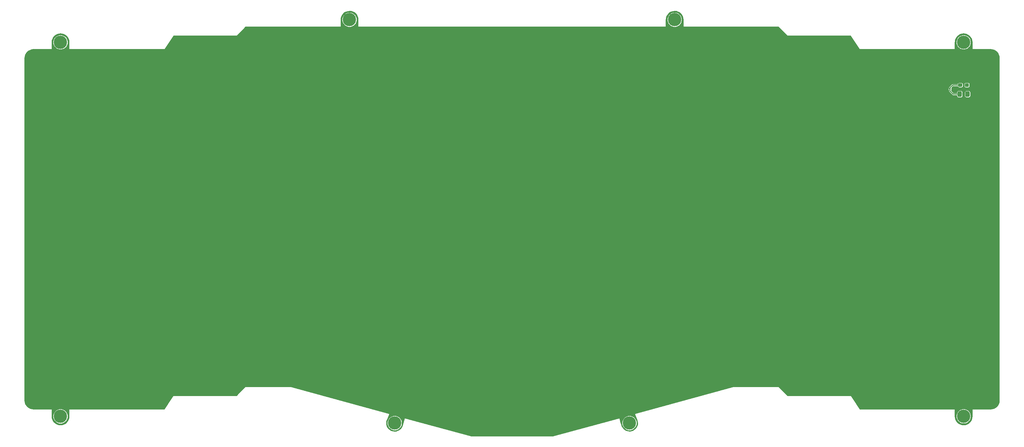
<source format=gbr>
G04 #@! TF.GenerationSoftware,KiCad,Pcbnew,(5.1.4-0)*
G04 #@! TF.CreationDate,2021-10-13T07:22:11-05:00*
G04 #@! TF.ProjectId,niko_top_plate,6e696b6f-5f74-46f7-905f-706c6174652e,rev?*
G04 #@! TF.SameCoordinates,Original*
G04 #@! TF.FileFunction,Copper,L2,Bot*
G04 #@! TF.FilePolarity,Positive*
%FSLAX46Y46*%
G04 Gerber Fmt 4.6, Leading zero omitted, Abs format (unit mm)*
G04 Created by KiCad (PCBNEW (5.1.4-0)) date 2021-10-13 07:22:11*
%MOMM*%
%LPD*%
G04 APERTURE LIST*
%ADD10C,0.100000*%
%ADD11C,1.150000*%
%ADD12C,0.950000*%
%ADD13C,3.500000*%
%ADD14C,0.500000*%
%ADD15C,0.250000*%
%ADD16C,0.254000*%
G04 APERTURE END LIST*
D10*
G36*
X313319565Y-92170344D02*
G01*
X313343833Y-92173944D01*
X313367632Y-92179905D01*
X313390731Y-92188170D01*
X313412910Y-92198660D01*
X313433953Y-92211272D01*
X313453659Y-92225887D01*
X313471837Y-92242363D01*
X313488313Y-92260541D01*
X313502928Y-92280247D01*
X313515540Y-92301290D01*
X313526030Y-92323469D01*
X313534295Y-92346568D01*
X313540256Y-92370367D01*
X313543856Y-92394635D01*
X313545060Y-92419139D01*
X313545060Y-93319141D01*
X313543856Y-93343645D01*
X313540256Y-93367913D01*
X313534295Y-93391712D01*
X313526030Y-93414811D01*
X313515540Y-93436990D01*
X313502928Y-93458033D01*
X313488313Y-93477739D01*
X313471837Y-93495917D01*
X313453659Y-93512393D01*
X313433953Y-93527008D01*
X313412910Y-93539620D01*
X313390731Y-93550110D01*
X313367632Y-93558375D01*
X313343833Y-93564336D01*
X313319565Y-93567936D01*
X313295061Y-93569140D01*
X312645059Y-93569140D01*
X312620555Y-93567936D01*
X312596287Y-93564336D01*
X312572488Y-93558375D01*
X312549389Y-93550110D01*
X312527210Y-93539620D01*
X312506167Y-93527008D01*
X312486461Y-93512393D01*
X312468283Y-93495917D01*
X312451807Y-93477739D01*
X312437192Y-93458033D01*
X312424580Y-93436990D01*
X312414090Y-93414811D01*
X312405825Y-93391712D01*
X312399864Y-93367913D01*
X312396264Y-93343645D01*
X312395060Y-93319141D01*
X312395060Y-92419139D01*
X312396264Y-92394635D01*
X312399864Y-92370367D01*
X312405825Y-92346568D01*
X312414090Y-92323469D01*
X312424580Y-92301290D01*
X312437192Y-92280247D01*
X312451807Y-92260541D01*
X312468283Y-92242363D01*
X312486461Y-92225887D01*
X312506167Y-92211272D01*
X312527210Y-92198660D01*
X312549389Y-92188170D01*
X312572488Y-92179905D01*
X312596287Y-92173944D01*
X312620555Y-92170344D01*
X312645059Y-92169140D01*
X313295061Y-92169140D01*
X313319565Y-92170344D01*
X313319565Y-92170344D01*
G37*
D11*
X312970060Y-92869140D03*
D10*
G36*
X311269565Y-92170344D02*
G01*
X311293833Y-92173944D01*
X311317632Y-92179905D01*
X311340731Y-92188170D01*
X311362910Y-92198660D01*
X311383953Y-92211272D01*
X311403659Y-92225887D01*
X311421837Y-92242363D01*
X311438313Y-92260541D01*
X311452928Y-92280247D01*
X311465540Y-92301290D01*
X311476030Y-92323469D01*
X311484295Y-92346568D01*
X311490256Y-92370367D01*
X311493856Y-92394635D01*
X311495060Y-92419139D01*
X311495060Y-93319141D01*
X311493856Y-93343645D01*
X311490256Y-93367913D01*
X311484295Y-93391712D01*
X311476030Y-93414811D01*
X311465540Y-93436990D01*
X311452928Y-93458033D01*
X311438313Y-93477739D01*
X311421837Y-93495917D01*
X311403659Y-93512393D01*
X311383953Y-93527008D01*
X311362910Y-93539620D01*
X311340731Y-93550110D01*
X311317632Y-93558375D01*
X311293833Y-93564336D01*
X311269565Y-93567936D01*
X311245061Y-93569140D01*
X310595059Y-93569140D01*
X310570555Y-93567936D01*
X310546287Y-93564336D01*
X310522488Y-93558375D01*
X310499389Y-93550110D01*
X310477210Y-93539620D01*
X310456167Y-93527008D01*
X310436461Y-93512393D01*
X310418283Y-93495917D01*
X310401807Y-93477739D01*
X310387192Y-93458033D01*
X310374580Y-93436990D01*
X310364090Y-93414811D01*
X310355825Y-93391712D01*
X310349864Y-93367913D01*
X310346264Y-93343645D01*
X310345060Y-93319141D01*
X310345060Y-92419139D01*
X310346264Y-92394635D01*
X310349864Y-92370367D01*
X310355825Y-92346568D01*
X310364090Y-92323469D01*
X310374580Y-92301290D01*
X310387192Y-92280247D01*
X310401807Y-92260541D01*
X310418283Y-92242363D01*
X310436461Y-92225887D01*
X310456167Y-92211272D01*
X310477210Y-92198660D01*
X310499389Y-92188170D01*
X310522488Y-92179905D01*
X310546287Y-92173944D01*
X310570555Y-92170344D01*
X310595059Y-92169140D01*
X311245061Y-92169140D01*
X311269565Y-92170344D01*
X311269565Y-92170344D01*
G37*
D11*
X310920060Y-92869140D03*
D10*
G36*
X313130839Y-90014024D02*
G01*
X313153894Y-90017443D01*
X313176503Y-90023107D01*
X313198447Y-90030959D01*
X313219517Y-90040924D01*
X313239508Y-90052906D01*
X313258228Y-90066790D01*
X313275498Y-90082442D01*
X313291150Y-90099712D01*
X313305034Y-90118432D01*
X313317016Y-90138423D01*
X313326981Y-90159493D01*
X313334833Y-90181437D01*
X313340497Y-90204046D01*
X313343916Y-90227101D01*
X313345060Y-90250380D01*
X313345060Y-90725380D01*
X313343916Y-90748659D01*
X313340497Y-90771714D01*
X313334833Y-90794323D01*
X313326981Y-90816267D01*
X313317016Y-90837337D01*
X313305034Y-90857328D01*
X313291150Y-90876048D01*
X313275498Y-90893318D01*
X313258228Y-90908970D01*
X313239508Y-90922854D01*
X313219517Y-90934836D01*
X313198447Y-90944801D01*
X313176503Y-90952653D01*
X313153894Y-90958317D01*
X313130839Y-90961736D01*
X313107560Y-90962880D01*
X312532560Y-90962880D01*
X312509281Y-90961736D01*
X312486226Y-90958317D01*
X312463617Y-90952653D01*
X312441673Y-90944801D01*
X312420603Y-90934836D01*
X312400612Y-90922854D01*
X312381892Y-90908970D01*
X312364622Y-90893318D01*
X312348970Y-90876048D01*
X312335086Y-90857328D01*
X312323104Y-90837337D01*
X312313139Y-90816267D01*
X312305287Y-90794323D01*
X312299623Y-90771714D01*
X312296204Y-90748659D01*
X312295060Y-90725380D01*
X312295060Y-90250380D01*
X312296204Y-90227101D01*
X312299623Y-90204046D01*
X312305287Y-90181437D01*
X312313139Y-90159493D01*
X312323104Y-90138423D01*
X312335086Y-90118432D01*
X312348970Y-90099712D01*
X312364622Y-90082442D01*
X312381892Y-90066790D01*
X312400612Y-90052906D01*
X312420603Y-90040924D01*
X312441673Y-90030959D01*
X312463617Y-90023107D01*
X312486226Y-90017443D01*
X312509281Y-90014024D01*
X312532560Y-90012880D01*
X313107560Y-90012880D01*
X313130839Y-90014024D01*
X313130839Y-90014024D01*
G37*
D12*
X312820060Y-90487880D03*
D10*
G36*
X311380839Y-90014024D02*
G01*
X311403894Y-90017443D01*
X311426503Y-90023107D01*
X311448447Y-90030959D01*
X311469517Y-90040924D01*
X311489508Y-90052906D01*
X311508228Y-90066790D01*
X311525498Y-90082442D01*
X311541150Y-90099712D01*
X311555034Y-90118432D01*
X311567016Y-90138423D01*
X311576981Y-90159493D01*
X311584833Y-90181437D01*
X311590497Y-90204046D01*
X311593916Y-90227101D01*
X311595060Y-90250380D01*
X311595060Y-90725380D01*
X311593916Y-90748659D01*
X311590497Y-90771714D01*
X311584833Y-90794323D01*
X311576981Y-90816267D01*
X311567016Y-90837337D01*
X311555034Y-90857328D01*
X311541150Y-90876048D01*
X311525498Y-90893318D01*
X311508228Y-90908970D01*
X311489508Y-90922854D01*
X311469517Y-90934836D01*
X311448447Y-90944801D01*
X311426503Y-90952653D01*
X311403894Y-90958317D01*
X311380839Y-90961736D01*
X311357560Y-90962880D01*
X310782560Y-90962880D01*
X310759281Y-90961736D01*
X310736226Y-90958317D01*
X310713617Y-90952653D01*
X310691673Y-90944801D01*
X310670603Y-90934836D01*
X310650612Y-90922854D01*
X310631892Y-90908970D01*
X310614622Y-90893318D01*
X310598970Y-90876048D01*
X310585086Y-90857328D01*
X310573104Y-90837337D01*
X310563139Y-90816267D01*
X310555287Y-90794323D01*
X310549623Y-90771714D01*
X310546204Y-90748659D01*
X310545060Y-90725380D01*
X310545060Y-90250380D01*
X310546204Y-90227101D01*
X310549623Y-90204046D01*
X310555287Y-90181437D01*
X310563139Y-90159493D01*
X310573104Y-90138423D01*
X310585086Y-90118432D01*
X310598970Y-90099712D01*
X310614622Y-90082442D01*
X310631892Y-90066790D01*
X310650612Y-90052906D01*
X310670603Y-90040924D01*
X310691673Y-90030959D01*
X310713617Y-90023107D01*
X310736226Y-90017443D01*
X310759281Y-90014024D01*
X310782560Y-90012880D01*
X311357560Y-90012880D01*
X311380839Y-90014024D01*
X311380839Y-90014024D01*
G37*
D12*
X311070060Y-90487880D03*
D13*
X73819060Y-79176893D03*
X73819060Y-177999187D03*
X150019380Y-73223743D03*
X161926392Y-179784702D03*
X235744740Y-73223743D03*
X223839154Y-179784476D03*
X311945060Y-79176893D03*
X311945060Y-177998755D03*
D14*
X308373170Y-91526830D03*
D15*
X310920060Y-92869140D02*
X309186090Y-92869140D01*
X308373170Y-92056220D02*
X309186090Y-92869140D01*
X311070060Y-90487880D02*
X309058460Y-90487880D01*
X309058460Y-90487880D02*
X308373170Y-91173170D01*
X308373170Y-91173170D02*
X308373170Y-91526830D01*
X308373170Y-91526830D02*
X308373170Y-92056220D01*
D16*
G36*
X236162322Y-71034685D02*
G01*
X236579564Y-71157485D01*
X236965002Y-71358989D01*
X237303959Y-71631517D01*
X237583532Y-71964698D01*
X237793062Y-72345832D01*
X237924572Y-72760404D01*
X237973828Y-73199527D01*
X237974001Y-73224363D01*
X237974426Y-75002170D01*
X237973694Y-75009606D01*
X237974430Y-75017080D01*
X237974430Y-75017104D01*
X237975186Y-75024763D01*
X237976628Y-75039402D01*
X237976635Y-75039424D01*
X237976636Y-75039438D01*
X237979975Y-75050435D01*
X237985319Y-75068054D01*
X237985330Y-75068074D01*
X237985334Y-75068088D01*
X237991226Y-75079106D01*
X237999433Y-75094460D01*
X237999446Y-75094475D01*
X237999454Y-75094491D01*
X238008724Y-75105781D01*
X238018428Y-75117605D01*
X238018442Y-75117617D01*
X238018454Y-75117631D01*
X238030309Y-75127356D01*
X238041573Y-75136600D01*
X238041588Y-75136608D01*
X238041604Y-75136621D01*
X238055204Y-75143886D01*
X238067979Y-75150714D01*
X238067997Y-75150719D01*
X238068013Y-75150728D01*
X238084003Y-75155575D01*
X238096631Y-75159405D01*
X238096645Y-75159406D01*
X238096667Y-75159413D01*
X238113240Y-75161041D01*
X238118966Y-75161605D01*
X238118982Y-75161605D01*
X238126464Y-75162340D01*
X238133907Y-75161605D01*
X263066271Y-75161690D01*
X265397730Y-77493150D01*
X265402490Y-77498950D01*
X265425635Y-77517945D01*
X265452041Y-77532059D01*
X265472001Y-77538113D01*
X265480692Y-77540750D01*
X265483604Y-77541037D01*
X265503028Y-77542950D01*
X265503035Y-77542950D01*
X265510489Y-77543684D01*
X265517944Y-77542950D01*
X282097963Y-77542950D01*
X284430008Y-81041019D01*
X284433576Y-81047695D01*
X284442563Y-81058646D01*
X284452457Y-81070727D01*
X284452522Y-81070781D01*
X284452571Y-81070840D01*
X284463581Y-81079876D01*
X284475582Y-81089746D01*
X284475656Y-81089785D01*
X284475716Y-81089835D01*
X284488315Y-81096569D01*
X284501973Y-81103888D01*
X284502054Y-81103913D01*
X284502122Y-81103949D01*
X284515803Y-81108099D01*
X284530616Y-81112609D01*
X284530699Y-81112617D01*
X284530774Y-81112640D01*
X284545316Y-81114072D01*
X284560410Y-81115575D01*
X284567953Y-81114840D01*
X309556329Y-81114735D01*
X309563800Y-81115471D01*
X309593597Y-81112536D01*
X309622249Y-81103845D01*
X309648655Y-81089731D01*
X309671800Y-81070736D01*
X309690795Y-81047591D01*
X309704909Y-81021185D01*
X309713600Y-80992533D01*
X309715800Y-80970198D01*
X309715800Y-80970190D01*
X309716534Y-80962736D01*
X309715800Y-80955284D01*
X309715800Y-79184332D01*
X309735911Y-78979221D01*
X309938060Y-78979221D01*
X309938060Y-79374565D01*
X310015188Y-79762313D01*
X310166480Y-80127564D01*
X310386121Y-80456281D01*
X310665672Y-80735832D01*
X310994389Y-80955473D01*
X311359640Y-81106765D01*
X311747388Y-81183893D01*
X312142732Y-81183893D01*
X312530480Y-81106765D01*
X312895731Y-80955473D01*
X313224448Y-80735832D01*
X313503999Y-80456281D01*
X313723640Y-80127564D01*
X313874932Y-79762313D01*
X313952060Y-79374565D01*
X313952060Y-78979221D01*
X313874932Y-78591473D01*
X313723640Y-78226222D01*
X313503999Y-77897505D01*
X313224448Y-77617954D01*
X312895731Y-77398313D01*
X312530480Y-77247021D01*
X312142732Y-77169893D01*
X311747388Y-77169893D01*
X311359640Y-77247021D01*
X310994389Y-77398313D01*
X310665672Y-77617954D01*
X310386121Y-77897505D01*
X310166480Y-78226222D01*
X310015188Y-78591473D01*
X309938060Y-78979221D01*
X309735911Y-78979221D01*
X309758972Y-78744036D01*
X309884680Y-78327668D01*
X310088868Y-77943644D01*
X310363759Y-77606595D01*
X310698881Y-77329358D01*
X311081473Y-77122491D01*
X311496952Y-76993879D01*
X311929503Y-76948416D01*
X312362642Y-76987835D01*
X312779884Y-77110635D01*
X313165322Y-77312139D01*
X313504279Y-77584667D01*
X313783852Y-77917848D01*
X313993382Y-78298982D01*
X314124892Y-78713554D01*
X314174148Y-79152677D01*
X314174320Y-79177381D01*
X314174321Y-80955264D01*
X314173585Y-80962736D01*
X314176520Y-80992533D01*
X314185211Y-81021185D01*
X314199325Y-81047591D01*
X314218320Y-81070736D01*
X314241465Y-81089731D01*
X314267871Y-81103845D01*
X314296523Y-81112536D01*
X314318858Y-81114736D01*
X314326320Y-81115471D01*
X314333782Y-81114736D01*
X319081557Y-81114736D01*
X319521852Y-81157908D01*
X319938222Y-81283617D01*
X320322242Y-81487804D01*
X320659291Y-81762694D01*
X320936523Y-82097811D01*
X321143390Y-82480404D01*
X321272003Y-82895882D01*
X321318205Y-83335465D01*
X321318100Y-83336527D01*
X321318249Y-173824115D01*
X321275076Y-174264420D01*
X321149367Y-174680790D01*
X320945179Y-175064811D01*
X320670290Y-175401859D01*
X320335173Y-175679091D01*
X319952580Y-175885958D01*
X319537102Y-176014571D01*
X319097393Y-176060786D01*
X319088753Y-176060816D01*
X314333782Y-176060816D01*
X314326320Y-176060081D01*
X314318858Y-176060816D01*
X314296523Y-176063016D01*
X314267871Y-176071707D01*
X314241465Y-176085821D01*
X314218320Y-176104816D01*
X314199325Y-176127961D01*
X314185211Y-176154367D01*
X314176520Y-176183019D01*
X314173585Y-176212816D01*
X314174321Y-176220288D01*
X314174320Y-177991316D01*
X314131148Y-178431613D01*
X314005438Y-178847984D01*
X313801250Y-179232006D01*
X313526361Y-179569052D01*
X313191239Y-179846290D01*
X312808646Y-180053158D01*
X312393168Y-180181769D01*
X311960618Y-180227232D01*
X311527477Y-180187813D01*
X311110236Y-180065013D01*
X310724799Y-179863510D01*
X310385841Y-179590981D01*
X310106270Y-179257802D01*
X309896739Y-178876667D01*
X309765228Y-178462095D01*
X309715972Y-178022971D01*
X309715800Y-177998267D01*
X309715800Y-177801083D01*
X309938060Y-177801083D01*
X309938060Y-178196427D01*
X310015188Y-178584175D01*
X310166480Y-178949426D01*
X310386121Y-179278143D01*
X310665672Y-179557694D01*
X310994389Y-179777335D01*
X311359640Y-179928627D01*
X311747388Y-180005755D01*
X312142732Y-180005755D01*
X312530480Y-179928627D01*
X312895731Y-179777335D01*
X313224448Y-179557694D01*
X313503999Y-179278143D01*
X313723640Y-178949426D01*
X313874932Y-178584175D01*
X313952060Y-178196427D01*
X313952060Y-177801083D01*
X313874932Y-177413335D01*
X313723640Y-177048084D01*
X313503999Y-176719367D01*
X313224448Y-176439816D01*
X312895731Y-176220175D01*
X312530480Y-176068883D01*
X312142732Y-175991755D01*
X311747388Y-175991755D01*
X311359640Y-176068883D01*
X310994389Y-176220175D01*
X310665672Y-176439816D01*
X310386121Y-176719367D01*
X310166480Y-177048084D01*
X310015188Y-177413335D01*
X309938060Y-177801083D01*
X309715800Y-177801083D01*
X309715800Y-176220702D01*
X309716535Y-176213240D01*
X309713600Y-176183443D01*
X309704909Y-176154791D01*
X309690795Y-176128385D01*
X309671800Y-176105240D01*
X309648655Y-176086245D01*
X309622249Y-176072131D01*
X309593597Y-176063440D01*
X309571262Y-176061240D01*
X309563800Y-176060505D01*
X309556338Y-176061240D01*
X284641918Y-176061240D01*
X282309881Y-172563186D01*
X282306305Y-172556495D01*
X282296240Y-172544231D01*
X282287422Y-172533464D01*
X282287365Y-172533417D01*
X282287310Y-172533350D01*
X282275039Y-172523279D01*
X282264298Y-172514445D01*
X282264231Y-172514409D01*
X282264165Y-172514355D01*
X282250441Y-172507020D01*
X282237907Y-172500303D01*
X282237833Y-172500280D01*
X282237759Y-172500241D01*
X282223247Y-172495839D01*
X282209263Y-172491581D01*
X282209183Y-172491573D01*
X282209107Y-172491550D01*
X282194375Y-172490099D01*
X282179469Y-172488615D01*
X282171927Y-172489350D01*
X265573450Y-172489350D01*
X263241993Y-170157894D01*
X263237235Y-170152096D01*
X263214091Y-170133100D01*
X263187686Y-170118984D01*
X263159034Y-170110292D01*
X263159033Y-170110292D01*
X263159027Y-170110290D01*
X263129230Y-170107355D01*
X263121766Y-170108090D01*
X251223658Y-170107484D01*
X251210648Y-170107155D01*
X251201356Y-170108760D01*
X251191977Y-170109683D01*
X251179537Y-170113456D01*
X225302825Y-177252786D01*
X225299466Y-177253076D01*
X225270710Y-177261418D01*
X225262265Y-177265800D01*
X225258054Y-177267421D01*
X225253066Y-177270574D01*
X225244134Y-177275209D01*
X225238128Y-177280016D01*
X225232745Y-177283419D01*
X225226711Y-177289154D01*
X225220759Y-177293919D01*
X225217004Y-177298382D01*
X225211044Y-177304048D01*
X225204842Y-177312840D01*
X225201484Y-177316831D01*
X225199562Y-177320324D01*
X225193784Y-177328514D01*
X225188461Y-177340497D01*
X225187049Y-177343063D01*
X225186373Y-177345198D01*
X225181629Y-177355877D01*
X225178273Y-177370771D01*
X225178008Y-177371607D01*
X225177934Y-177372274D01*
X225175047Y-177385086D01*
X225174289Y-177415017D01*
X225179384Y-177444521D01*
X225190139Y-177472464D01*
X225193628Y-177477984D01*
X225779540Y-178942765D01*
X225907116Y-179344971D01*
X225953099Y-179755008D01*
X225918562Y-180166172D01*
X225804821Y-180562795D01*
X225616208Y-180929775D01*
X225359909Y-181253127D01*
X225045687Y-181520538D01*
X224685506Y-181721825D01*
X224293083Y-181849319D01*
X223883380Y-181898163D01*
X223471983Y-181866498D01*
X223074574Y-181755529D01*
X222706293Y-181569485D01*
X222381157Y-181315448D01*
X222111556Y-181003096D01*
X221907352Y-180643611D01*
X221785219Y-180289262D01*
X221591603Y-179586804D01*
X221832154Y-179586804D01*
X221832154Y-179982148D01*
X221909282Y-180369896D01*
X222060574Y-180735147D01*
X222280215Y-181063864D01*
X222559766Y-181343415D01*
X222888483Y-181563056D01*
X223253734Y-181714348D01*
X223641482Y-181791476D01*
X224036826Y-181791476D01*
X224424574Y-181714348D01*
X224789825Y-181563056D01*
X225118542Y-181343415D01*
X225398093Y-181063864D01*
X225617734Y-180735147D01*
X225769026Y-180369896D01*
X225846154Y-179982148D01*
X225846154Y-179586804D01*
X225769026Y-179199056D01*
X225617734Y-178833805D01*
X225398093Y-178505088D01*
X225118542Y-178225537D01*
X224789825Y-178005896D01*
X224424574Y-177854604D01*
X224036826Y-177777476D01*
X223641482Y-177777476D01*
X223253734Y-177854604D01*
X222888483Y-178005896D01*
X222559766Y-178225537D01*
X222280215Y-178505088D01*
X222060574Y-178833805D01*
X221909282Y-179199056D01*
X221832154Y-179586804D01*
X221591603Y-179586804D01*
X221304802Y-178546270D01*
X221296747Y-178525322D01*
X221280755Y-178500009D01*
X221260132Y-178478303D01*
X221235669Y-178461037D01*
X221208309Y-178448875D01*
X221179102Y-178442285D01*
X221149172Y-178441520D01*
X221119666Y-178446608D01*
X221108996Y-178450711D01*
X203574092Y-183205020D01*
X182186641Y-183205020D01*
X164652948Y-178449201D01*
X164646236Y-178446620D01*
X164638535Y-178445292D01*
X164638240Y-178445212D01*
X164631255Y-178444037D01*
X164616730Y-178441532D01*
X164616417Y-178441540D01*
X164616108Y-178441488D01*
X164601422Y-178441924D01*
X164586799Y-178442298D01*
X164586495Y-178442367D01*
X164586181Y-178442376D01*
X164571849Y-178445671D01*
X164557592Y-178448888D01*
X164557307Y-178449015D01*
X164557001Y-178449085D01*
X164543531Y-178455138D01*
X164530232Y-178461050D01*
X164529979Y-178461229D01*
X164529691Y-178461358D01*
X164517776Y-178469841D01*
X164505769Y-178478315D01*
X164505551Y-178478545D01*
X164505299Y-178478724D01*
X164495338Y-178489294D01*
X164485146Y-178500022D01*
X164484978Y-178500288D01*
X164484765Y-178500514D01*
X164477115Y-178512734D01*
X164469154Y-178525334D01*
X164469039Y-178525633D01*
X164468877Y-178525892D01*
X164463763Y-178539354D01*
X164461099Y-178546282D01*
X164461014Y-178546590D01*
X164458244Y-178553882D01*
X164457053Y-178560963D01*
X163980900Y-180288488D01*
X163839121Y-180685855D01*
X163627620Y-181040141D01*
X163351335Y-181346596D01*
X163020791Y-181593548D01*
X162648578Y-181771594D01*
X162248858Y-181873956D01*
X161836881Y-181896727D01*
X161428329Y-181839046D01*
X161038746Y-181703103D01*
X160683005Y-181494088D01*
X160374623Y-181219945D01*
X160125370Y-180891135D01*
X159944728Y-180520168D01*
X159839580Y-180121180D01*
X159813932Y-179709370D01*
X159830334Y-179587030D01*
X159919392Y-179587030D01*
X159919392Y-179982374D01*
X159996520Y-180370122D01*
X160147812Y-180735373D01*
X160367453Y-181064090D01*
X160647004Y-181343641D01*
X160975721Y-181563282D01*
X161340972Y-181714574D01*
X161728720Y-181791702D01*
X162124064Y-181791702D01*
X162511812Y-181714574D01*
X162877063Y-181563282D01*
X163205780Y-181343641D01*
X163485331Y-181064090D01*
X163704972Y-180735373D01*
X163856264Y-180370122D01*
X163933392Y-179982374D01*
X163933392Y-179587030D01*
X163856264Y-179199282D01*
X163704972Y-178834031D01*
X163485331Y-178505314D01*
X163205780Y-178225763D01*
X162877063Y-178006122D01*
X162511812Y-177854830D01*
X162124064Y-177777702D01*
X161728720Y-177777702D01*
X161340972Y-177854830D01*
X160975721Y-178006122D01*
X160647004Y-178225763D01*
X160367453Y-178505314D01*
X160147812Y-178834031D01*
X159996520Y-179199282D01*
X159919392Y-179587030D01*
X159830334Y-179587030D01*
X159868872Y-179299597D01*
X159986059Y-178943535D01*
X160574413Y-177472648D01*
X160574952Y-177471795D01*
X160579961Y-177458777D01*
X160582367Y-177452763D01*
X160582647Y-177451798D01*
X160585705Y-177443851D01*
X160586811Y-177437446D01*
X160588620Y-177431209D01*
X160589351Y-177422732D01*
X160590798Y-177414347D01*
X160590633Y-177407850D01*
X160591191Y-177401378D01*
X160590255Y-177392929D01*
X160590039Y-177384415D01*
X160588609Y-177378072D01*
X160587894Y-177371619D01*
X160585327Y-177363514D01*
X160583454Y-177355207D01*
X160580813Y-177349262D01*
X160578853Y-177343075D01*
X160574756Y-177335631D01*
X160571297Y-177327844D01*
X160567546Y-177322528D01*
X160564418Y-177316843D01*
X160558947Y-177310340D01*
X160554036Y-177303379D01*
X160549323Y-177298899D01*
X160545143Y-177293931D01*
X160538503Y-177288616D01*
X160532333Y-177282752D01*
X160526836Y-177279277D01*
X160521768Y-177275221D01*
X160514224Y-177271306D01*
X160507024Y-177266755D01*
X160500956Y-177264420D01*
X160495192Y-177261429D01*
X160487022Y-177259059D01*
X160486078Y-177258696D01*
X160479799Y-177256964D01*
X160466436Y-177253088D01*
X160465433Y-177253001D01*
X134583469Y-170114076D01*
X134570987Y-170110290D01*
X134561590Y-170109364D01*
X134552297Y-170107760D01*
X134539301Y-170108090D01*
X122642344Y-170108090D01*
X122634889Y-170107356D01*
X122627435Y-170108090D01*
X122627428Y-170108090D01*
X122608004Y-170110003D01*
X122605092Y-170110290D01*
X122596401Y-170112927D01*
X122576441Y-170118981D01*
X122550035Y-170133095D01*
X122526890Y-170152090D01*
X122522130Y-170157890D01*
X120190671Y-172489350D01*
X103592192Y-172489350D01*
X103584650Y-172488615D01*
X103569650Y-172490108D01*
X103555013Y-172491550D01*
X103554938Y-172491573D01*
X103554856Y-172491581D01*
X103540309Y-172496010D01*
X103526361Y-172500241D01*
X103526292Y-172500278D01*
X103526213Y-172500302D01*
X103512946Y-172507411D01*
X103499955Y-172514355D01*
X103499893Y-172514406D01*
X103499822Y-172514444D01*
X103488291Y-172523928D01*
X103476810Y-172533350D01*
X103476759Y-172533412D01*
X103476697Y-172533463D01*
X103467269Y-172544976D01*
X103457815Y-172556495D01*
X103454243Y-172563179D01*
X101122204Y-176061239D01*
X76207785Y-176060816D01*
X76200320Y-176060081D01*
X76170524Y-176063016D01*
X76141872Y-176071707D01*
X76115466Y-176085821D01*
X76092321Y-176104816D01*
X76091895Y-176105335D01*
X76073327Y-176127959D01*
X76059212Y-176154365D01*
X76050521Y-176183017D01*
X76047586Y-176212814D01*
X76048321Y-176220278D01*
X76048320Y-177991748D01*
X76005148Y-178432045D01*
X75879438Y-178848416D01*
X75675250Y-179232438D01*
X75400361Y-179569484D01*
X75065239Y-179846722D01*
X74682646Y-180053590D01*
X74267168Y-180182201D01*
X73834618Y-180227664D01*
X73401477Y-180188245D01*
X72984236Y-180065445D01*
X72598799Y-179863942D01*
X72259841Y-179591413D01*
X71980270Y-179258234D01*
X71770739Y-178877099D01*
X71639228Y-178462527D01*
X71589972Y-178023403D01*
X71589799Y-177998626D01*
X71589908Y-177801515D01*
X71812060Y-177801515D01*
X71812060Y-178196859D01*
X71889188Y-178584607D01*
X72040480Y-178949858D01*
X72260121Y-179278575D01*
X72539672Y-179558126D01*
X72868389Y-179777767D01*
X73233640Y-179929059D01*
X73621388Y-180006187D01*
X74016732Y-180006187D01*
X74404480Y-179929059D01*
X74769731Y-179777767D01*
X75098448Y-179558126D01*
X75377999Y-179278575D01*
X75597640Y-178949858D01*
X75748932Y-178584607D01*
X75826060Y-178196859D01*
X75826060Y-177801515D01*
X75748932Y-177413767D01*
X75597640Y-177048516D01*
X75377999Y-176719799D01*
X75098448Y-176440248D01*
X74769731Y-176220607D01*
X74404480Y-176069315D01*
X74016732Y-175992187D01*
X73621388Y-175992187D01*
X73233640Y-176069315D01*
X72868389Y-176220607D01*
X72539672Y-176440248D01*
X72260121Y-176719799D01*
X72040480Y-177048516D01*
X71889188Y-177413767D01*
X71812060Y-177801515D01*
X71589908Y-177801515D01*
X71590784Y-176220321D01*
X71591523Y-176212816D01*
X71590002Y-176197374D01*
X71588604Y-176183103D01*
X71588593Y-176183065D01*
X71588588Y-176183019D01*
X71583835Y-176167349D01*
X71579929Y-176154446D01*
X71579910Y-176154411D01*
X71579897Y-176154367D01*
X71572040Y-176139667D01*
X71565829Y-176128032D01*
X71565806Y-176128004D01*
X71565783Y-176127961D01*
X71554847Y-176114636D01*
X71546847Y-176104877D01*
X71546820Y-176104854D01*
X71546788Y-176104816D01*
X71533636Y-176094022D01*
X71523713Y-176085869D01*
X71523680Y-176085851D01*
X71523643Y-176085821D01*
X71509177Y-176078089D01*
X71497315Y-176071740D01*
X71497277Y-176071729D01*
X71497237Y-176071707D01*
X71481770Y-176067015D01*
X71468667Y-176063033D01*
X71468628Y-176063029D01*
X71468585Y-176063016D01*
X71452245Y-176061406D01*
X71438872Y-176060082D01*
X71431377Y-176060816D01*
X66683723Y-176060816D01*
X66243428Y-176017644D01*
X65827058Y-175891935D01*
X65443037Y-175687747D01*
X65105989Y-175412858D01*
X64828757Y-175077741D01*
X64621890Y-174695148D01*
X64493277Y-174279670D01*
X64447062Y-173839961D01*
X64447032Y-173831321D01*
X64447032Y-91476895D01*
X307866170Y-91476895D01*
X307866170Y-91576765D01*
X307885654Y-91674716D01*
X307923873Y-91766984D01*
X307979358Y-91850024D01*
X307991171Y-91861837D01*
X307991171Y-92037449D01*
X307989322Y-92056220D01*
X307996698Y-92131104D01*
X308018542Y-92203112D01*
X308054013Y-92269475D01*
X308101749Y-92327642D01*
X308116325Y-92339604D01*
X308902705Y-93125985D01*
X308914668Y-93140562D01*
X308972835Y-93188298D01*
X309039198Y-93223769D01*
X309089361Y-93238986D01*
X309111204Y-93245612D01*
X309186089Y-93252988D01*
X309204851Y-93251140D01*
X310086817Y-93251140D01*
X310086817Y-93319141D01*
X310096583Y-93418294D01*
X310125505Y-93513637D01*
X310172471Y-93601505D01*
X310235678Y-93678522D01*
X310312695Y-93741729D01*
X310400563Y-93788695D01*
X310495906Y-93817617D01*
X310595059Y-93827383D01*
X311245061Y-93827383D01*
X311344214Y-93817617D01*
X311439557Y-93788695D01*
X311527425Y-93741729D01*
X311604442Y-93678522D01*
X311667649Y-93601505D01*
X311714615Y-93513637D01*
X311743537Y-93418294D01*
X311753303Y-93319141D01*
X311753303Y-92419139D01*
X312136817Y-92419139D01*
X312136817Y-93319141D01*
X312146583Y-93418294D01*
X312175505Y-93513637D01*
X312222471Y-93601505D01*
X312285678Y-93678522D01*
X312362695Y-93741729D01*
X312450563Y-93788695D01*
X312545906Y-93817617D01*
X312645059Y-93827383D01*
X313295061Y-93827383D01*
X313394214Y-93817617D01*
X313489557Y-93788695D01*
X313577425Y-93741729D01*
X313654442Y-93678522D01*
X313717649Y-93601505D01*
X313764615Y-93513637D01*
X313793537Y-93418294D01*
X313803303Y-93319141D01*
X313803303Y-92419139D01*
X313793537Y-92319986D01*
X313764615Y-92224643D01*
X313717649Y-92136775D01*
X313654442Y-92059758D01*
X313577425Y-91996551D01*
X313489557Y-91949585D01*
X313394214Y-91920663D01*
X313295061Y-91910897D01*
X312645059Y-91910897D01*
X312545906Y-91920663D01*
X312450563Y-91949585D01*
X312362695Y-91996551D01*
X312285678Y-92059758D01*
X312222471Y-92136775D01*
X312175505Y-92224643D01*
X312146583Y-92319986D01*
X312136817Y-92419139D01*
X311753303Y-92419139D01*
X311743537Y-92319986D01*
X311714615Y-92224643D01*
X311667649Y-92136775D01*
X311604442Y-92059758D01*
X311527425Y-91996551D01*
X311439557Y-91949585D01*
X311344214Y-91920663D01*
X311245061Y-91910897D01*
X310595059Y-91910897D01*
X310495906Y-91920663D01*
X310400563Y-91949585D01*
X310312695Y-91996551D01*
X310235678Y-92059758D01*
X310172471Y-92136775D01*
X310125505Y-92224643D01*
X310096583Y-92319986D01*
X310086817Y-92419139D01*
X310086817Y-92487140D01*
X309344320Y-92487140D01*
X308755170Y-91897991D01*
X308755170Y-91861836D01*
X308766982Y-91850024D01*
X308822467Y-91766984D01*
X308860686Y-91674716D01*
X308880170Y-91576765D01*
X308880170Y-91476895D01*
X308860686Y-91378944D01*
X308822467Y-91286676D01*
X308813425Y-91273144D01*
X309216690Y-90869880D01*
X310310838Y-90869880D01*
X310324553Y-90915093D01*
X310370365Y-91000800D01*
X310432017Y-91075923D01*
X310507140Y-91137575D01*
X310592847Y-91183387D01*
X310685845Y-91211597D01*
X310782560Y-91221123D01*
X311357560Y-91221123D01*
X311454275Y-91211597D01*
X311547273Y-91183387D01*
X311632980Y-91137575D01*
X311708103Y-91075923D01*
X311769755Y-91000800D01*
X311815567Y-90915093D01*
X311843777Y-90822095D01*
X311853303Y-90725380D01*
X311853303Y-90250380D01*
X312036817Y-90250380D01*
X312036817Y-90725380D01*
X312046343Y-90822095D01*
X312074553Y-90915093D01*
X312120365Y-91000800D01*
X312182017Y-91075923D01*
X312257140Y-91137575D01*
X312342847Y-91183387D01*
X312435845Y-91211597D01*
X312532560Y-91221123D01*
X313107560Y-91221123D01*
X313204275Y-91211597D01*
X313297273Y-91183387D01*
X313382980Y-91137575D01*
X313458103Y-91075923D01*
X313519755Y-91000800D01*
X313565567Y-90915093D01*
X313593777Y-90822095D01*
X313603303Y-90725380D01*
X313603303Y-90250380D01*
X313593777Y-90153665D01*
X313565567Y-90060667D01*
X313519755Y-89974960D01*
X313458103Y-89899837D01*
X313382980Y-89838185D01*
X313297273Y-89792373D01*
X313204275Y-89764163D01*
X313107560Y-89754637D01*
X312532560Y-89754637D01*
X312435845Y-89764163D01*
X312342847Y-89792373D01*
X312257140Y-89838185D01*
X312182017Y-89899837D01*
X312120365Y-89974960D01*
X312074553Y-90060667D01*
X312046343Y-90153665D01*
X312036817Y-90250380D01*
X311853303Y-90250380D01*
X311843777Y-90153665D01*
X311815567Y-90060667D01*
X311769755Y-89974960D01*
X311708103Y-89899837D01*
X311632980Y-89838185D01*
X311547273Y-89792373D01*
X311454275Y-89764163D01*
X311357560Y-89754637D01*
X310782560Y-89754637D01*
X310685845Y-89764163D01*
X310592847Y-89792373D01*
X310507140Y-89838185D01*
X310432017Y-89899837D01*
X310370365Y-89974960D01*
X310324553Y-90060667D01*
X310310838Y-90105880D01*
X309077221Y-90105880D01*
X309058459Y-90104032D01*
X308983574Y-90111408D01*
X308961731Y-90118034D01*
X308911568Y-90133251D01*
X308845205Y-90168722D01*
X308787038Y-90216458D01*
X308775075Y-90231035D01*
X308116330Y-90889781D01*
X308101748Y-90901748D01*
X308054012Y-90959916D01*
X308018541Y-91026279D01*
X307996698Y-91098285D01*
X307996698Y-91098286D01*
X307989322Y-91173170D01*
X307991160Y-91191834D01*
X307979358Y-91203636D01*
X307923873Y-91286676D01*
X307885654Y-91378944D01*
X307866170Y-91476895D01*
X64447032Y-91476895D01*
X64447032Y-83351427D01*
X64490204Y-82911132D01*
X64615913Y-82494762D01*
X64820100Y-82110742D01*
X65094990Y-81773693D01*
X65430107Y-81496461D01*
X65812700Y-81289594D01*
X66228178Y-81160981D01*
X66667887Y-81114766D01*
X66668070Y-81114766D01*
X66668826Y-81114840D01*
X71431370Y-81114735D01*
X71438872Y-81115470D01*
X71453603Y-81114011D01*
X71468588Y-81112535D01*
X71468628Y-81112523D01*
X71468667Y-81112519D01*
X71482742Y-81108241D01*
X71497240Y-81103843D01*
X71497276Y-81103824D01*
X71497315Y-81103812D01*
X71510117Y-81096960D01*
X71523645Y-81089729D01*
X71523679Y-81089701D01*
X71523713Y-81089683D01*
X71534506Y-81080815D01*
X71546790Y-81070733D01*
X71546818Y-81070699D01*
X71546847Y-81070675D01*
X71555679Y-81059901D01*
X71565784Y-81047588D01*
X71565804Y-81047550D01*
X71565829Y-81047520D01*
X71572708Y-81034634D01*
X71579898Y-81021181D01*
X71579910Y-81021142D01*
X71579929Y-81021106D01*
X71584282Y-81006727D01*
X71588588Y-80992529D01*
X71588592Y-80992489D01*
X71588604Y-80992449D01*
X71590165Y-80976512D01*
X71591522Y-80962733D01*
X71590784Y-80955238D01*
X71589803Y-79184298D01*
X71609911Y-78979221D01*
X71812060Y-78979221D01*
X71812060Y-79374565D01*
X71889188Y-79762313D01*
X72040480Y-80127564D01*
X72260121Y-80456281D01*
X72539672Y-80735832D01*
X72868389Y-80955473D01*
X73233640Y-81106765D01*
X73621388Y-81183893D01*
X74016732Y-81183893D01*
X74404480Y-81106765D01*
X74769731Y-80955473D01*
X75098448Y-80735832D01*
X75377999Y-80456281D01*
X75597640Y-80127564D01*
X75748932Y-79762313D01*
X75826060Y-79374565D01*
X75826060Y-78979221D01*
X75748932Y-78591473D01*
X75597640Y-78226222D01*
X75377999Y-77897505D01*
X75098448Y-77617954D01*
X74769731Y-77398313D01*
X74404480Y-77247021D01*
X74016732Y-77169893D01*
X73621388Y-77169893D01*
X73233640Y-77247021D01*
X72868389Y-77398313D01*
X72539672Y-77617954D01*
X72260121Y-77897505D01*
X72040480Y-78226222D01*
X71889188Y-78591473D01*
X71812060Y-78979221D01*
X71609911Y-78979221D01*
X71632972Y-78744036D01*
X71758680Y-78327668D01*
X71962868Y-77943644D01*
X72237759Y-77606595D01*
X72572881Y-77329358D01*
X72955473Y-77122491D01*
X73370952Y-76993879D01*
X73803503Y-76948416D01*
X74236642Y-76987835D01*
X74653884Y-77110635D01*
X75039322Y-77312139D01*
X75378279Y-77584667D01*
X75657852Y-77917848D01*
X75867382Y-78298982D01*
X75998892Y-78713554D01*
X76048148Y-79152677D01*
X76048320Y-79177425D01*
X76049289Y-80955316D01*
X76048558Y-80962736D01*
X76049297Y-80970241D01*
X76049297Y-80970280D01*
X76049964Y-80977016D01*
X76051492Y-80992532D01*
X76051505Y-80992575D01*
X76051509Y-80992614D01*
X76055659Y-81006269D01*
X76060183Y-81021184D01*
X76060203Y-81021221D01*
X76060215Y-81021261D01*
X76066927Y-81033801D01*
X76074297Y-81047590D01*
X76074326Y-81047625D01*
X76074344Y-81047659D01*
X76083400Y-81058682D01*
X76093292Y-81070735D01*
X76093324Y-81070762D01*
X76093351Y-81070794D01*
X76104472Y-81079910D01*
X76116437Y-81089730D01*
X76116477Y-81089751D01*
X76116507Y-81089776D01*
X76129105Y-81096501D01*
X76142843Y-81103844D01*
X76142883Y-81103856D01*
X76142920Y-81103876D01*
X76157061Y-81108157D01*
X76171495Y-81112535D01*
X76171538Y-81112539D01*
X76171577Y-81112551D01*
X76186235Y-81113987D01*
X76193830Y-81114735D01*
X76193872Y-81114735D01*
X76201375Y-81115470D01*
X76208795Y-81114735D01*
X101196166Y-81114840D01*
X101203709Y-81115575D01*
X101218709Y-81114082D01*
X101233346Y-81112640D01*
X101233421Y-81112617D01*
X101233503Y-81112609D01*
X101247747Y-81108272D01*
X101261998Y-81103949D01*
X101262070Y-81103910D01*
X101262147Y-81103887D01*
X101275073Y-81096961D01*
X101288404Y-81089835D01*
X101288468Y-81089783D01*
X101288538Y-81089745D01*
X101299922Y-81080382D01*
X101311549Y-81070840D01*
X101311602Y-81070775D01*
X101311662Y-81070726D01*
X101321378Y-81058863D01*
X101330544Y-81047695D01*
X101334116Y-81041012D01*
X103666158Y-77542950D01*
X120246168Y-77542950D01*
X120253630Y-77543685D01*
X120283427Y-77540750D01*
X120312079Y-77532059D01*
X120338485Y-77517945D01*
X120361630Y-77498950D01*
X120366395Y-77493144D01*
X122697850Y-75161690D01*
X147630649Y-75161605D01*
X147638120Y-75162341D01*
X147667917Y-75159406D01*
X147696569Y-75150715D01*
X147722975Y-75136601D01*
X147746120Y-75117606D01*
X147765115Y-75094461D01*
X147779229Y-75068055D01*
X147787920Y-75039403D01*
X147790120Y-75017068D01*
X147790120Y-75017060D01*
X147790854Y-75009606D01*
X147790120Y-75002154D01*
X147790120Y-73231182D01*
X147810231Y-73026071D01*
X148012380Y-73026071D01*
X148012380Y-73421415D01*
X148089508Y-73809163D01*
X148240800Y-74174414D01*
X148460441Y-74503131D01*
X148739992Y-74782682D01*
X149068709Y-75002323D01*
X149433960Y-75153615D01*
X149821708Y-75230743D01*
X150217052Y-75230743D01*
X150604800Y-75153615D01*
X150970051Y-75002323D01*
X151298768Y-74782682D01*
X151578319Y-74503131D01*
X151797960Y-74174414D01*
X151949252Y-73809163D01*
X152026380Y-73421415D01*
X152026380Y-73026071D01*
X151949252Y-72638323D01*
X151797960Y-72273072D01*
X151578319Y-71944355D01*
X151298768Y-71664804D01*
X150970051Y-71445163D01*
X150604800Y-71293871D01*
X150217052Y-71216743D01*
X149821708Y-71216743D01*
X149433960Y-71293871D01*
X149068709Y-71445163D01*
X148739992Y-71664804D01*
X148460441Y-71944355D01*
X148240800Y-72273072D01*
X148089508Y-72638323D01*
X148012380Y-73026071D01*
X147810231Y-73026071D01*
X147833292Y-72790886D01*
X147959000Y-72374518D01*
X148163188Y-71990494D01*
X148438079Y-71653445D01*
X148773201Y-71376208D01*
X149155793Y-71169341D01*
X149571272Y-71040729D01*
X150003823Y-70995266D01*
X150436962Y-71034685D01*
X150854204Y-71157485D01*
X151239642Y-71358989D01*
X151578599Y-71631517D01*
X151858172Y-71964698D01*
X152067702Y-72345832D01*
X152199212Y-72760404D01*
X152248468Y-73199527D01*
X152248640Y-73224231D01*
X152248641Y-75002134D01*
X152247905Y-75009606D01*
X152250840Y-75039403D01*
X152259531Y-75068055D01*
X152273645Y-75094461D01*
X152292640Y-75117606D01*
X152315785Y-75136601D01*
X152342191Y-75150715D01*
X152370843Y-75159406D01*
X152393178Y-75161606D01*
X152400640Y-75162341D01*
X152408102Y-75161606D01*
X233356018Y-75161606D01*
X233363480Y-75162341D01*
X233393277Y-75159406D01*
X233421929Y-75150715D01*
X233448335Y-75136601D01*
X233471480Y-75117606D01*
X233490475Y-75094461D01*
X233504589Y-75068055D01*
X233513280Y-75039403D01*
X233515480Y-75017068D01*
X233516215Y-75009606D01*
X233515480Y-75002144D01*
X233515480Y-73231182D01*
X233535591Y-73026071D01*
X233737740Y-73026071D01*
X233737740Y-73421415D01*
X233814868Y-73809163D01*
X233966160Y-74174414D01*
X234185801Y-74503131D01*
X234465352Y-74782682D01*
X234794069Y-75002323D01*
X235159320Y-75153615D01*
X235547068Y-75230743D01*
X235942412Y-75230743D01*
X236330160Y-75153615D01*
X236695411Y-75002323D01*
X237024128Y-74782682D01*
X237303679Y-74503131D01*
X237523320Y-74174414D01*
X237674612Y-73809163D01*
X237751740Y-73421415D01*
X237751740Y-73026071D01*
X237674612Y-72638323D01*
X237523320Y-72273072D01*
X237303679Y-71944355D01*
X237024128Y-71664804D01*
X236695411Y-71445163D01*
X236330160Y-71293871D01*
X235942412Y-71216743D01*
X235547068Y-71216743D01*
X235159320Y-71293871D01*
X234794069Y-71445163D01*
X234465352Y-71664804D01*
X234185801Y-71944355D01*
X233966160Y-72273072D01*
X233814868Y-72638323D01*
X233737740Y-73026071D01*
X233535591Y-73026071D01*
X233558652Y-72790886D01*
X233684360Y-72374518D01*
X233888548Y-71990494D01*
X234163439Y-71653445D01*
X234498561Y-71376208D01*
X234881153Y-71169341D01*
X235296632Y-71040729D01*
X235729183Y-70995266D01*
X236162322Y-71034685D01*
X236162322Y-71034685D01*
G37*
X236162322Y-71034685D02*
X236579564Y-71157485D01*
X236965002Y-71358989D01*
X237303959Y-71631517D01*
X237583532Y-71964698D01*
X237793062Y-72345832D01*
X237924572Y-72760404D01*
X237973828Y-73199527D01*
X237974001Y-73224363D01*
X237974426Y-75002170D01*
X237973694Y-75009606D01*
X237974430Y-75017080D01*
X237974430Y-75017104D01*
X237975186Y-75024763D01*
X237976628Y-75039402D01*
X237976635Y-75039424D01*
X237976636Y-75039438D01*
X237979975Y-75050435D01*
X237985319Y-75068054D01*
X237985330Y-75068074D01*
X237985334Y-75068088D01*
X237991226Y-75079106D01*
X237999433Y-75094460D01*
X237999446Y-75094475D01*
X237999454Y-75094491D01*
X238008724Y-75105781D01*
X238018428Y-75117605D01*
X238018442Y-75117617D01*
X238018454Y-75117631D01*
X238030309Y-75127356D01*
X238041573Y-75136600D01*
X238041588Y-75136608D01*
X238041604Y-75136621D01*
X238055204Y-75143886D01*
X238067979Y-75150714D01*
X238067997Y-75150719D01*
X238068013Y-75150728D01*
X238084003Y-75155575D01*
X238096631Y-75159405D01*
X238096645Y-75159406D01*
X238096667Y-75159413D01*
X238113240Y-75161041D01*
X238118966Y-75161605D01*
X238118982Y-75161605D01*
X238126464Y-75162340D01*
X238133907Y-75161605D01*
X263066271Y-75161690D01*
X265397730Y-77493150D01*
X265402490Y-77498950D01*
X265425635Y-77517945D01*
X265452041Y-77532059D01*
X265472001Y-77538113D01*
X265480692Y-77540750D01*
X265483604Y-77541037D01*
X265503028Y-77542950D01*
X265503035Y-77542950D01*
X265510489Y-77543684D01*
X265517944Y-77542950D01*
X282097963Y-77542950D01*
X284430008Y-81041019D01*
X284433576Y-81047695D01*
X284442563Y-81058646D01*
X284452457Y-81070727D01*
X284452522Y-81070781D01*
X284452571Y-81070840D01*
X284463581Y-81079876D01*
X284475582Y-81089746D01*
X284475656Y-81089785D01*
X284475716Y-81089835D01*
X284488315Y-81096569D01*
X284501973Y-81103888D01*
X284502054Y-81103913D01*
X284502122Y-81103949D01*
X284515803Y-81108099D01*
X284530616Y-81112609D01*
X284530699Y-81112617D01*
X284530774Y-81112640D01*
X284545316Y-81114072D01*
X284560410Y-81115575D01*
X284567953Y-81114840D01*
X309556329Y-81114735D01*
X309563800Y-81115471D01*
X309593597Y-81112536D01*
X309622249Y-81103845D01*
X309648655Y-81089731D01*
X309671800Y-81070736D01*
X309690795Y-81047591D01*
X309704909Y-81021185D01*
X309713600Y-80992533D01*
X309715800Y-80970198D01*
X309715800Y-80970190D01*
X309716534Y-80962736D01*
X309715800Y-80955284D01*
X309715800Y-79184332D01*
X309735911Y-78979221D01*
X309938060Y-78979221D01*
X309938060Y-79374565D01*
X310015188Y-79762313D01*
X310166480Y-80127564D01*
X310386121Y-80456281D01*
X310665672Y-80735832D01*
X310994389Y-80955473D01*
X311359640Y-81106765D01*
X311747388Y-81183893D01*
X312142732Y-81183893D01*
X312530480Y-81106765D01*
X312895731Y-80955473D01*
X313224448Y-80735832D01*
X313503999Y-80456281D01*
X313723640Y-80127564D01*
X313874932Y-79762313D01*
X313952060Y-79374565D01*
X313952060Y-78979221D01*
X313874932Y-78591473D01*
X313723640Y-78226222D01*
X313503999Y-77897505D01*
X313224448Y-77617954D01*
X312895731Y-77398313D01*
X312530480Y-77247021D01*
X312142732Y-77169893D01*
X311747388Y-77169893D01*
X311359640Y-77247021D01*
X310994389Y-77398313D01*
X310665672Y-77617954D01*
X310386121Y-77897505D01*
X310166480Y-78226222D01*
X310015188Y-78591473D01*
X309938060Y-78979221D01*
X309735911Y-78979221D01*
X309758972Y-78744036D01*
X309884680Y-78327668D01*
X310088868Y-77943644D01*
X310363759Y-77606595D01*
X310698881Y-77329358D01*
X311081473Y-77122491D01*
X311496952Y-76993879D01*
X311929503Y-76948416D01*
X312362642Y-76987835D01*
X312779884Y-77110635D01*
X313165322Y-77312139D01*
X313504279Y-77584667D01*
X313783852Y-77917848D01*
X313993382Y-78298982D01*
X314124892Y-78713554D01*
X314174148Y-79152677D01*
X314174320Y-79177381D01*
X314174321Y-80955264D01*
X314173585Y-80962736D01*
X314176520Y-80992533D01*
X314185211Y-81021185D01*
X314199325Y-81047591D01*
X314218320Y-81070736D01*
X314241465Y-81089731D01*
X314267871Y-81103845D01*
X314296523Y-81112536D01*
X314318858Y-81114736D01*
X314326320Y-81115471D01*
X314333782Y-81114736D01*
X319081557Y-81114736D01*
X319521852Y-81157908D01*
X319938222Y-81283617D01*
X320322242Y-81487804D01*
X320659291Y-81762694D01*
X320936523Y-82097811D01*
X321143390Y-82480404D01*
X321272003Y-82895882D01*
X321318205Y-83335465D01*
X321318100Y-83336527D01*
X321318249Y-173824115D01*
X321275076Y-174264420D01*
X321149367Y-174680790D01*
X320945179Y-175064811D01*
X320670290Y-175401859D01*
X320335173Y-175679091D01*
X319952580Y-175885958D01*
X319537102Y-176014571D01*
X319097393Y-176060786D01*
X319088753Y-176060816D01*
X314333782Y-176060816D01*
X314326320Y-176060081D01*
X314318858Y-176060816D01*
X314296523Y-176063016D01*
X314267871Y-176071707D01*
X314241465Y-176085821D01*
X314218320Y-176104816D01*
X314199325Y-176127961D01*
X314185211Y-176154367D01*
X314176520Y-176183019D01*
X314173585Y-176212816D01*
X314174321Y-176220288D01*
X314174320Y-177991316D01*
X314131148Y-178431613D01*
X314005438Y-178847984D01*
X313801250Y-179232006D01*
X313526361Y-179569052D01*
X313191239Y-179846290D01*
X312808646Y-180053158D01*
X312393168Y-180181769D01*
X311960618Y-180227232D01*
X311527477Y-180187813D01*
X311110236Y-180065013D01*
X310724799Y-179863510D01*
X310385841Y-179590981D01*
X310106270Y-179257802D01*
X309896739Y-178876667D01*
X309765228Y-178462095D01*
X309715972Y-178022971D01*
X309715800Y-177998267D01*
X309715800Y-177801083D01*
X309938060Y-177801083D01*
X309938060Y-178196427D01*
X310015188Y-178584175D01*
X310166480Y-178949426D01*
X310386121Y-179278143D01*
X310665672Y-179557694D01*
X310994389Y-179777335D01*
X311359640Y-179928627D01*
X311747388Y-180005755D01*
X312142732Y-180005755D01*
X312530480Y-179928627D01*
X312895731Y-179777335D01*
X313224448Y-179557694D01*
X313503999Y-179278143D01*
X313723640Y-178949426D01*
X313874932Y-178584175D01*
X313952060Y-178196427D01*
X313952060Y-177801083D01*
X313874932Y-177413335D01*
X313723640Y-177048084D01*
X313503999Y-176719367D01*
X313224448Y-176439816D01*
X312895731Y-176220175D01*
X312530480Y-176068883D01*
X312142732Y-175991755D01*
X311747388Y-175991755D01*
X311359640Y-176068883D01*
X310994389Y-176220175D01*
X310665672Y-176439816D01*
X310386121Y-176719367D01*
X310166480Y-177048084D01*
X310015188Y-177413335D01*
X309938060Y-177801083D01*
X309715800Y-177801083D01*
X309715800Y-176220702D01*
X309716535Y-176213240D01*
X309713600Y-176183443D01*
X309704909Y-176154791D01*
X309690795Y-176128385D01*
X309671800Y-176105240D01*
X309648655Y-176086245D01*
X309622249Y-176072131D01*
X309593597Y-176063440D01*
X309571262Y-176061240D01*
X309563800Y-176060505D01*
X309556338Y-176061240D01*
X284641918Y-176061240D01*
X282309881Y-172563186D01*
X282306305Y-172556495D01*
X282296240Y-172544231D01*
X282287422Y-172533464D01*
X282287365Y-172533417D01*
X282287310Y-172533350D01*
X282275039Y-172523279D01*
X282264298Y-172514445D01*
X282264231Y-172514409D01*
X282264165Y-172514355D01*
X282250441Y-172507020D01*
X282237907Y-172500303D01*
X282237833Y-172500280D01*
X282237759Y-172500241D01*
X282223247Y-172495839D01*
X282209263Y-172491581D01*
X282209183Y-172491573D01*
X282209107Y-172491550D01*
X282194375Y-172490099D01*
X282179469Y-172488615D01*
X282171927Y-172489350D01*
X265573450Y-172489350D01*
X263241993Y-170157894D01*
X263237235Y-170152096D01*
X263214091Y-170133100D01*
X263187686Y-170118984D01*
X263159034Y-170110292D01*
X263159033Y-170110292D01*
X263159027Y-170110290D01*
X263129230Y-170107355D01*
X263121766Y-170108090D01*
X251223658Y-170107484D01*
X251210648Y-170107155D01*
X251201356Y-170108760D01*
X251191977Y-170109683D01*
X251179537Y-170113456D01*
X225302825Y-177252786D01*
X225299466Y-177253076D01*
X225270710Y-177261418D01*
X225262265Y-177265800D01*
X225258054Y-177267421D01*
X225253066Y-177270574D01*
X225244134Y-177275209D01*
X225238128Y-177280016D01*
X225232745Y-177283419D01*
X225226711Y-177289154D01*
X225220759Y-177293919D01*
X225217004Y-177298382D01*
X225211044Y-177304048D01*
X225204842Y-177312840D01*
X225201484Y-177316831D01*
X225199562Y-177320324D01*
X225193784Y-177328514D01*
X225188461Y-177340497D01*
X225187049Y-177343063D01*
X225186373Y-177345198D01*
X225181629Y-177355877D01*
X225178273Y-177370771D01*
X225178008Y-177371607D01*
X225177934Y-177372274D01*
X225175047Y-177385086D01*
X225174289Y-177415017D01*
X225179384Y-177444521D01*
X225190139Y-177472464D01*
X225193628Y-177477984D01*
X225779540Y-178942765D01*
X225907116Y-179344971D01*
X225953099Y-179755008D01*
X225918562Y-180166172D01*
X225804821Y-180562795D01*
X225616208Y-180929775D01*
X225359909Y-181253127D01*
X225045687Y-181520538D01*
X224685506Y-181721825D01*
X224293083Y-181849319D01*
X223883380Y-181898163D01*
X223471983Y-181866498D01*
X223074574Y-181755529D01*
X222706293Y-181569485D01*
X222381157Y-181315448D01*
X222111556Y-181003096D01*
X221907352Y-180643611D01*
X221785219Y-180289262D01*
X221591603Y-179586804D01*
X221832154Y-179586804D01*
X221832154Y-179982148D01*
X221909282Y-180369896D01*
X222060574Y-180735147D01*
X222280215Y-181063864D01*
X222559766Y-181343415D01*
X222888483Y-181563056D01*
X223253734Y-181714348D01*
X223641482Y-181791476D01*
X224036826Y-181791476D01*
X224424574Y-181714348D01*
X224789825Y-181563056D01*
X225118542Y-181343415D01*
X225398093Y-181063864D01*
X225617734Y-180735147D01*
X225769026Y-180369896D01*
X225846154Y-179982148D01*
X225846154Y-179586804D01*
X225769026Y-179199056D01*
X225617734Y-178833805D01*
X225398093Y-178505088D01*
X225118542Y-178225537D01*
X224789825Y-178005896D01*
X224424574Y-177854604D01*
X224036826Y-177777476D01*
X223641482Y-177777476D01*
X223253734Y-177854604D01*
X222888483Y-178005896D01*
X222559766Y-178225537D01*
X222280215Y-178505088D01*
X222060574Y-178833805D01*
X221909282Y-179199056D01*
X221832154Y-179586804D01*
X221591603Y-179586804D01*
X221304802Y-178546270D01*
X221296747Y-178525322D01*
X221280755Y-178500009D01*
X221260132Y-178478303D01*
X221235669Y-178461037D01*
X221208309Y-178448875D01*
X221179102Y-178442285D01*
X221149172Y-178441520D01*
X221119666Y-178446608D01*
X221108996Y-178450711D01*
X203574092Y-183205020D01*
X182186641Y-183205020D01*
X164652948Y-178449201D01*
X164646236Y-178446620D01*
X164638535Y-178445292D01*
X164638240Y-178445212D01*
X164631255Y-178444037D01*
X164616730Y-178441532D01*
X164616417Y-178441540D01*
X164616108Y-178441488D01*
X164601422Y-178441924D01*
X164586799Y-178442298D01*
X164586495Y-178442367D01*
X164586181Y-178442376D01*
X164571849Y-178445671D01*
X164557592Y-178448888D01*
X164557307Y-178449015D01*
X164557001Y-178449085D01*
X164543531Y-178455138D01*
X164530232Y-178461050D01*
X164529979Y-178461229D01*
X164529691Y-178461358D01*
X164517776Y-178469841D01*
X164505769Y-178478315D01*
X164505551Y-178478545D01*
X164505299Y-178478724D01*
X164495338Y-178489294D01*
X164485146Y-178500022D01*
X164484978Y-178500288D01*
X164484765Y-178500514D01*
X164477115Y-178512734D01*
X164469154Y-178525334D01*
X164469039Y-178525633D01*
X164468877Y-178525892D01*
X164463763Y-178539354D01*
X164461099Y-178546282D01*
X164461014Y-178546590D01*
X164458244Y-178553882D01*
X164457053Y-178560963D01*
X163980900Y-180288488D01*
X163839121Y-180685855D01*
X163627620Y-181040141D01*
X163351335Y-181346596D01*
X163020791Y-181593548D01*
X162648578Y-181771594D01*
X162248858Y-181873956D01*
X161836881Y-181896727D01*
X161428329Y-181839046D01*
X161038746Y-181703103D01*
X160683005Y-181494088D01*
X160374623Y-181219945D01*
X160125370Y-180891135D01*
X159944728Y-180520168D01*
X159839580Y-180121180D01*
X159813932Y-179709370D01*
X159830334Y-179587030D01*
X159919392Y-179587030D01*
X159919392Y-179982374D01*
X159996520Y-180370122D01*
X160147812Y-180735373D01*
X160367453Y-181064090D01*
X160647004Y-181343641D01*
X160975721Y-181563282D01*
X161340972Y-181714574D01*
X161728720Y-181791702D01*
X162124064Y-181791702D01*
X162511812Y-181714574D01*
X162877063Y-181563282D01*
X163205780Y-181343641D01*
X163485331Y-181064090D01*
X163704972Y-180735373D01*
X163856264Y-180370122D01*
X163933392Y-179982374D01*
X163933392Y-179587030D01*
X163856264Y-179199282D01*
X163704972Y-178834031D01*
X163485331Y-178505314D01*
X163205780Y-178225763D01*
X162877063Y-178006122D01*
X162511812Y-177854830D01*
X162124064Y-177777702D01*
X161728720Y-177777702D01*
X161340972Y-177854830D01*
X160975721Y-178006122D01*
X160647004Y-178225763D01*
X160367453Y-178505314D01*
X160147812Y-178834031D01*
X159996520Y-179199282D01*
X159919392Y-179587030D01*
X159830334Y-179587030D01*
X159868872Y-179299597D01*
X159986059Y-178943535D01*
X160574413Y-177472648D01*
X160574952Y-177471795D01*
X160579961Y-177458777D01*
X160582367Y-177452763D01*
X160582647Y-177451798D01*
X160585705Y-177443851D01*
X160586811Y-177437446D01*
X160588620Y-177431209D01*
X160589351Y-177422732D01*
X160590798Y-177414347D01*
X160590633Y-177407850D01*
X160591191Y-177401378D01*
X160590255Y-177392929D01*
X160590039Y-177384415D01*
X160588609Y-177378072D01*
X160587894Y-177371619D01*
X160585327Y-177363514D01*
X160583454Y-177355207D01*
X160580813Y-177349262D01*
X160578853Y-177343075D01*
X160574756Y-177335631D01*
X160571297Y-177327844D01*
X160567546Y-177322528D01*
X160564418Y-177316843D01*
X160558947Y-177310340D01*
X160554036Y-177303379D01*
X160549323Y-177298899D01*
X160545143Y-177293931D01*
X160538503Y-177288616D01*
X160532333Y-177282752D01*
X160526836Y-177279277D01*
X160521768Y-177275221D01*
X160514224Y-177271306D01*
X160507024Y-177266755D01*
X160500956Y-177264420D01*
X160495192Y-177261429D01*
X160487022Y-177259059D01*
X160486078Y-177258696D01*
X160479799Y-177256964D01*
X160466436Y-177253088D01*
X160465433Y-177253001D01*
X134583469Y-170114076D01*
X134570987Y-170110290D01*
X134561590Y-170109364D01*
X134552297Y-170107760D01*
X134539301Y-170108090D01*
X122642344Y-170108090D01*
X122634889Y-170107356D01*
X122627435Y-170108090D01*
X122627428Y-170108090D01*
X122608004Y-170110003D01*
X122605092Y-170110290D01*
X122596401Y-170112927D01*
X122576441Y-170118981D01*
X122550035Y-170133095D01*
X122526890Y-170152090D01*
X122522130Y-170157890D01*
X120190671Y-172489350D01*
X103592192Y-172489350D01*
X103584650Y-172488615D01*
X103569650Y-172490108D01*
X103555013Y-172491550D01*
X103554938Y-172491573D01*
X103554856Y-172491581D01*
X103540309Y-172496010D01*
X103526361Y-172500241D01*
X103526292Y-172500278D01*
X103526213Y-172500302D01*
X103512946Y-172507411D01*
X103499955Y-172514355D01*
X103499893Y-172514406D01*
X103499822Y-172514444D01*
X103488291Y-172523928D01*
X103476810Y-172533350D01*
X103476759Y-172533412D01*
X103476697Y-172533463D01*
X103467269Y-172544976D01*
X103457815Y-172556495D01*
X103454243Y-172563179D01*
X101122204Y-176061239D01*
X76207785Y-176060816D01*
X76200320Y-176060081D01*
X76170524Y-176063016D01*
X76141872Y-176071707D01*
X76115466Y-176085821D01*
X76092321Y-176104816D01*
X76091895Y-176105335D01*
X76073327Y-176127959D01*
X76059212Y-176154365D01*
X76050521Y-176183017D01*
X76047586Y-176212814D01*
X76048321Y-176220278D01*
X76048320Y-177991748D01*
X76005148Y-178432045D01*
X75879438Y-178848416D01*
X75675250Y-179232438D01*
X75400361Y-179569484D01*
X75065239Y-179846722D01*
X74682646Y-180053590D01*
X74267168Y-180182201D01*
X73834618Y-180227664D01*
X73401477Y-180188245D01*
X72984236Y-180065445D01*
X72598799Y-179863942D01*
X72259841Y-179591413D01*
X71980270Y-179258234D01*
X71770739Y-178877099D01*
X71639228Y-178462527D01*
X71589972Y-178023403D01*
X71589799Y-177998626D01*
X71589908Y-177801515D01*
X71812060Y-177801515D01*
X71812060Y-178196859D01*
X71889188Y-178584607D01*
X72040480Y-178949858D01*
X72260121Y-179278575D01*
X72539672Y-179558126D01*
X72868389Y-179777767D01*
X73233640Y-179929059D01*
X73621388Y-180006187D01*
X74016732Y-180006187D01*
X74404480Y-179929059D01*
X74769731Y-179777767D01*
X75098448Y-179558126D01*
X75377999Y-179278575D01*
X75597640Y-178949858D01*
X75748932Y-178584607D01*
X75826060Y-178196859D01*
X75826060Y-177801515D01*
X75748932Y-177413767D01*
X75597640Y-177048516D01*
X75377999Y-176719799D01*
X75098448Y-176440248D01*
X74769731Y-176220607D01*
X74404480Y-176069315D01*
X74016732Y-175992187D01*
X73621388Y-175992187D01*
X73233640Y-176069315D01*
X72868389Y-176220607D01*
X72539672Y-176440248D01*
X72260121Y-176719799D01*
X72040480Y-177048516D01*
X71889188Y-177413767D01*
X71812060Y-177801515D01*
X71589908Y-177801515D01*
X71590784Y-176220321D01*
X71591523Y-176212816D01*
X71590002Y-176197374D01*
X71588604Y-176183103D01*
X71588593Y-176183065D01*
X71588588Y-176183019D01*
X71583835Y-176167349D01*
X71579929Y-176154446D01*
X71579910Y-176154411D01*
X71579897Y-176154367D01*
X71572040Y-176139667D01*
X71565829Y-176128032D01*
X71565806Y-176128004D01*
X71565783Y-176127961D01*
X71554847Y-176114636D01*
X71546847Y-176104877D01*
X71546820Y-176104854D01*
X71546788Y-176104816D01*
X71533636Y-176094022D01*
X71523713Y-176085869D01*
X71523680Y-176085851D01*
X71523643Y-176085821D01*
X71509177Y-176078089D01*
X71497315Y-176071740D01*
X71497277Y-176071729D01*
X71497237Y-176071707D01*
X71481770Y-176067015D01*
X71468667Y-176063033D01*
X71468628Y-176063029D01*
X71468585Y-176063016D01*
X71452245Y-176061406D01*
X71438872Y-176060082D01*
X71431377Y-176060816D01*
X66683723Y-176060816D01*
X66243428Y-176017644D01*
X65827058Y-175891935D01*
X65443037Y-175687747D01*
X65105989Y-175412858D01*
X64828757Y-175077741D01*
X64621890Y-174695148D01*
X64493277Y-174279670D01*
X64447062Y-173839961D01*
X64447032Y-173831321D01*
X64447032Y-91476895D01*
X307866170Y-91476895D01*
X307866170Y-91576765D01*
X307885654Y-91674716D01*
X307923873Y-91766984D01*
X307979358Y-91850024D01*
X307991171Y-91861837D01*
X307991171Y-92037449D01*
X307989322Y-92056220D01*
X307996698Y-92131104D01*
X308018542Y-92203112D01*
X308054013Y-92269475D01*
X308101749Y-92327642D01*
X308116325Y-92339604D01*
X308902705Y-93125985D01*
X308914668Y-93140562D01*
X308972835Y-93188298D01*
X309039198Y-93223769D01*
X309089361Y-93238986D01*
X309111204Y-93245612D01*
X309186089Y-93252988D01*
X309204851Y-93251140D01*
X310086817Y-93251140D01*
X310086817Y-93319141D01*
X310096583Y-93418294D01*
X310125505Y-93513637D01*
X310172471Y-93601505D01*
X310235678Y-93678522D01*
X310312695Y-93741729D01*
X310400563Y-93788695D01*
X310495906Y-93817617D01*
X310595059Y-93827383D01*
X311245061Y-93827383D01*
X311344214Y-93817617D01*
X311439557Y-93788695D01*
X311527425Y-93741729D01*
X311604442Y-93678522D01*
X311667649Y-93601505D01*
X311714615Y-93513637D01*
X311743537Y-93418294D01*
X311753303Y-93319141D01*
X311753303Y-92419139D01*
X312136817Y-92419139D01*
X312136817Y-93319141D01*
X312146583Y-93418294D01*
X312175505Y-93513637D01*
X312222471Y-93601505D01*
X312285678Y-93678522D01*
X312362695Y-93741729D01*
X312450563Y-93788695D01*
X312545906Y-93817617D01*
X312645059Y-93827383D01*
X313295061Y-93827383D01*
X313394214Y-93817617D01*
X313489557Y-93788695D01*
X313577425Y-93741729D01*
X313654442Y-93678522D01*
X313717649Y-93601505D01*
X313764615Y-93513637D01*
X313793537Y-93418294D01*
X313803303Y-93319141D01*
X313803303Y-92419139D01*
X313793537Y-92319986D01*
X313764615Y-92224643D01*
X313717649Y-92136775D01*
X313654442Y-92059758D01*
X313577425Y-91996551D01*
X313489557Y-91949585D01*
X313394214Y-91920663D01*
X313295061Y-91910897D01*
X312645059Y-91910897D01*
X312545906Y-91920663D01*
X312450563Y-91949585D01*
X312362695Y-91996551D01*
X312285678Y-92059758D01*
X312222471Y-92136775D01*
X312175505Y-92224643D01*
X312146583Y-92319986D01*
X312136817Y-92419139D01*
X311753303Y-92419139D01*
X311743537Y-92319986D01*
X311714615Y-92224643D01*
X311667649Y-92136775D01*
X311604442Y-92059758D01*
X311527425Y-91996551D01*
X311439557Y-91949585D01*
X311344214Y-91920663D01*
X311245061Y-91910897D01*
X310595059Y-91910897D01*
X310495906Y-91920663D01*
X310400563Y-91949585D01*
X310312695Y-91996551D01*
X310235678Y-92059758D01*
X310172471Y-92136775D01*
X310125505Y-92224643D01*
X310096583Y-92319986D01*
X310086817Y-92419139D01*
X310086817Y-92487140D01*
X309344320Y-92487140D01*
X308755170Y-91897991D01*
X308755170Y-91861836D01*
X308766982Y-91850024D01*
X308822467Y-91766984D01*
X308860686Y-91674716D01*
X308880170Y-91576765D01*
X308880170Y-91476895D01*
X308860686Y-91378944D01*
X308822467Y-91286676D01*
X308813425Y-91273144D01*
X309216690Y-90869880D01*
X310310838Y-90869880D01*
X310324553Y-90915093D01*
X310370365Y-91000800D01*
X310432017Y-91075923D01*
X310507140Y-91137575D01*
X310592847Y-91183387D01*
X310685845Y-91211597D01*
X310782560Y-91221123D01*
X311357560Y-91221123D01*
X311454275Y-91211597D01*
X311547273Y-91183387D01*
X311632980Y-91137575D01*
X311708103Y-91075923D01*
X311769755Y-91000800D01*
X311815567Y-90915093D01*
X311843777Y-90822095D01*
X311853303Y-90725380D01*
X311853303Y-90250380D01*
X312036817Y-90250380D01*
X312036817Y-90725380D01*
X312046343Y-90822095D01*
X312074553Y-90915093D01*
X312120365Y-91000800D01*
X312182017Y-91075923D01*
X312257140Y-91137575D01*
X312342847Y-91183387D01*
X312435845Y-91211597D01*
X312532560Y-91221123D01*
X313107560Y-91221123D01*
X313204275Y-91211597D01*
X313297273Y-91183387D01*
X313382980Y-91137575D01*
X313458103Y-91075923D01*
X313519755Y-91000800D01*
X313565567Y-90915093D01*
X313593777Y-90822095D01*
X313603303Y-90725380D01*
X313603303Y-90250380D01*
X313593777Y-90153665D01*
X313565567Y-90060667D01*
X313519755Y-89974960D01*
X313458103Y-89899837D01*
X313382980Y-89838185D01*
X313297273Y-89792373D01*
X313204275Y-89764163D01*
X313107560Y-89754637D01*
X312532560Y-89754637D01*
X312435845Y-89764163D01*
X312342847Y-89792373D01*
X312257140Y-89838185D01*
X312182017Y-89899837D01*
X312120365Y-89974960D01*
X312074553Y-90060667D01*
X312046343Y-90153665D01*
X312036817Y-90250380D01*
X311853303Y-90250380D01*
X311843777Y-90153665D01*
X311815567Y-90060667D01*
X311769755Y-89974960D01*
X311708103Y-89899837D01*
X311632980Y-89838185D01*
X311547273Y-89792373D01*
X311454275Y-89764163D01*
X311357560Y-89754637D01*
X310782560Y-89754637D01*
X310685845Y-89764163D01*
X310592847Y-89792373D01*
X310507140Y-89838185D01*
X310432017Y-89899837D01*
X310370365Y-89974960D01*
X310324553Y-90060667D01*
X310310838Y-90105880D01*
X309077221Y-90105880D01*
X309058459Y-90104032D01*
X308983574Y-90111408D01*
X308961731Y-90118034D01*
X308911568Y-90133251D01*
X308845205Y-90168722D01*
X308787038Y-90216458D01*
X308775075Y-90231035D01*
X308116330Y-90889781D01*
X308101748Y-90901748D01*
X308054012Y-90959916D01*
X308018541Y-91026279D01*
X307996698Y-91098285D01*
X307996698Y-91098286D01*
X307989322Y-91173170D01*
X307991160Y-91191834D01*
X307979358Y-91203636D01*
X307923873Y-91286676D01*
X307885654Y-91378944D01*
X307866170Y-91476895D01*
X64447032Y-91476895D01*
X64447032Y-83351427D01*
X64490204Y-82911132D01*
X64615913Y-82494762D01*
X64820100Y-82110742D01*
X65094990Y-81773693D01*
X65430107Y-81496461D01*
X65812700Y-81289594D01*
X66228178Y-81160981D01*
X66667887Y-81114766D01*
X66668070Y-81114766D01*
X66668826Y-81114840D01*
X71431370Y-81114735D01*
X71438872Y-81115470D01*
X71453603Y-81114011D01*
X71468588Y-81112535D01*
X71468628Y-81112523D01*
X71468667Y-81112519D01*
X71482742Y-81108241D01*
X71497240Y-81103843D01*
X71497276Y-81103824D01*
X71497315Y-81103812D01*
X71510117Y-81096960D01*
X71523645Y-81089729D01*
X71523679Y-81089701D01*
X71523713Y-81089683D01*
X71534506Y-81080815D01*
X71546790Y-81070733D01*
X71546818Y-81070699D01*
X71546847Y-81070675D01*
X71555679Y-81059901D01*
X71565784Y-81047588D01*
X71565804Y-81047550D01*
X71565829Y-81047520D01*
X71572708Y-81034634D01*
X71579898Y-81021181D01*
X71579910Y-81021142D01*
X71579929Y-81021106D01*
X71584282Y-81006727D01*
X71588588Y-80992529D01*
X71588592Y-80992489D01*
X71588604Y-80992449D01*
X71590165Y-80976512D01*
X71591522Y-80962733D01*
X71590784Y-80955238D01*
X71589803Y-79184298D01*
X71609911Y-78979221D01*
X71812060Y-78979221D01*
X71812060Y-79374565D01*
X71889188Y-79762313D01*
X72040480Y-80127564D01*
X72260121Y-80456281D01*
X72539672Y-80735832D01*
X72868389Y-80955473D01*
X73233640Y-81106765D01*
X73621388Y-81183893D01*
X74016732Y-81183893D01*
X74404480Y-81106765D01*
X74769731Y-80955473D01*
X75098448Y-80735832D01*
X75377999Y-80456281D01*
X75597640Y-80127564D01*
X75748932Y-79762313D01*
X75826060Y-79374565D01*
X75826060Y-78979221D01*
X75748932Y-78591473D01*
X75597640Y-78226222D01*
X75377999Y-77897505D01*
X75098448Y-77617954D01*
X74769731Y-77398313D01*
X74404480Y-77247021D01*
X74016732Y-77169893D01*
X73621388Y-77169893D01*
X73233640Y-77247021D01*
X72868389Y-77398313D01*
X72539672Y-77617954D01*
X72260121Y-77897505D01*
X72040480Y-78226222D01*
X71889188Y-78591473D01*
X71812060Y-78979221D01*
X71609911Y-78979221D01*
X71632972Y-78744036D01*
X71758680Y-78327668D01*
X71962868Y-77943644D01*
X72237759Y-77606595D01*
X72572881Y-77329358D01*
X72955473Y-77122491D01*
X73370952Y-76993879D01*
X73803503Y-76948416D01*
X74236642Y-76987835D01*
X74653884Y-77110635D01*
X75039322Y-77312139D01*
X75378279Y-77584667D01*
X75657852Y-77917848D01*
X75867382Y-78298982D01*
X75998892Y-78713554D01*
X76048148Y-79152677D01*
X76048320Y-79177425D01*
X76049289Y-80955316D01*
X76048558Y-80962736D01*
X76049297Y-80970241D01*
X76049297Y-80970280D01*
X76049964Y-80977016D01*
X76051492Y-80992532D01*
X76051505Y-80992575D01*
X76051509Y-80992614D01*
X76055659Y-81006269D01*
X76060183Y-81021184D01*
X76060203Y-81021221D01*
X76060215Y-81021261D01*
X76066927Y-81033801D01*
X76074297Y-81047590D01*
X76074326Y-81047625D01*
X76074344Y-81047659D01*
X76083400Y-81058682D01*
X76093292Y-81070735D01*
X76093324Y-81070762D01*
X76093351Y-81070794D01*
X76104472Y-81079910D01*
X76116437Y-81089730D01*
X76116477Y-81089751D01*
X76116507Y-81089776D01*
X76129105Y-81096501D01*
X76142843Y-81103844D01*
X76142883Y-81103856D01*
X76142920Y-81103876D01*
X76157061Y-81108157D01*
X76171495Y-81112535D01*
X76171538Y-81112539D01*
X76171577Y-81112551D01*
X76186235Y-81113987D01*
X76193830Y-81114735D01*
X76193872Y-81114735D01*
X76201375Y-81115470D01*
X76208795Y-81114735D01*
X101196166Y-81114840D01*
X101203709Y-81115575D01*
X101218709Y-81114082D01*
X101233346Y-81112640D01*
X101233421Y-81112617D01*
X101233503Y-81112609D01*
X101247747Y-81108272D01*
X101261998Y-81103949D01*
X101262070Y-81103910D01*
X101262147Y-81103887D01*
X101275073Y-81096961D01*
X101288404Y-81089835D01*
X101288468Y-81089783D01*
X101288538Y-81089745D01*
X101299922Y-81080382D01*
X101311549Y-81070840D01*
X101311602Y-81070775D01*
X101311662Y-81070726D01*
X101321378Y-81058863D01*
X101330544Y-81047695D01*
X101334116Y-81041012D01*
X103666158Y-77542950D01*
X120246168Y-77542950D01*
X120253630Y-77543685D01*
X120283427Y-77540750D01*
X120312079Y-77532059D01*
X120338485Y-77517945D01*
X120361630Y-77498950D01*
X120366395Y-77493144D01*
X122697850Y-75161690D01*
X147630649Y-75161605D01*
X147638120Y-75162341D01*
X147667917Y-75159406D01*
X147696569Y-75150715D01*
X147722975Y-75136601D01*
X147746120Y-75117606D01*
X147765115Y-75094461D01*
X147779229Y-75068055D01*
X147787920Y-75039403D01*
X147790120Y-75017068D01*
X147790120Y-75017060D01*
X147790854Y-75009606D01*
X147790120Y-75002154D01*
X147790120Y-73231182D01*
X147810231Y-73026071D01*
X148012380Y-73026071D01*
X148012380Y-73421415D01*
X148089508Y-73809163D01*
X148240800Y-74174414D01*
X148460441Y-74503131D01*
X148739992Y-74782682D01*
X149068709Y-75002323D01*
X149433960Y-75153615D01*
X149821708Y-75230743D01*
X150217052Y-75230743D01*
X150604800Y-75153615D01*
X150970051Y-75002323D01*
X151298768Y-74782682D01*
X151578319Y-74503131D01*
X151797960Y-74174414D01*
X151949252Y-73809163D01*
X152026380Y-73421415D01*
X152026380Y-73026071D01*
X151949252Y-72638323D01*
X151797960Y-72273072D01*
X151578319Y-71944355D01*
X151298768Y-71664804D01*
X150970051Y-71445163D01*
X150604800Y-71293871D01*
X150217052Y-71216743D01*
X149821708Y-71216743D01*
X149433960Y-71293871D01*
X149068709Y-71445163D01*
X148739992Y-71664804D01*
X148460441Y-71944355D01*
X148240800Y-72273072D01*
X148089508Y-72638323D01*
X148012380Y-73026071D01*
X147810231Y-73026071D01*
X147833292Y-72790886D01*
X147959000Y-72374518D01*
X148163188Y-71990494D01*
X148438079Y-71653445D01*
X148773201Y-71376208D01*
X149155793Y-71169341D01*
X149571272Y-71040729D01*
X150003823Y-70995266D01*
X150436962Y-71034685D01*
X150854204Y-71157485D01*
X151239642Y-71358989D01*
X151578599Y-71631517D01*
X151858172Y-71964698D01*
X152067702Y-72345832D01*
X152199212Y-72760404D01*
X152248468Y-73199527D01*
X152248640Y-73224231D01*
X152248641Y-75002134D01*
X152247905Y-75009606D01*
X152250840Y-75039403D01*
X152259531Y-75068055D01*
X152273645Y-75094461D01*
X152292640Y-75117606D01*
X152315785Y-75136601D01*
X152342191Y-75150715D01*
X152370843Y-75159406D01*
X152393178Y-75161606D01*
X152400640Y-75162341D01*
X152408102Y-75161606D01*
X233356018Y-75161606D01*
X233363480Y-75162341D01*
X233393277Y-75159406D01*
X233421929Y-75150715D01*
X233448335Y-75136601D01*
X233471480Y-75117606D01*
X233490475Y-75094461D01*
X233504589Y-75068055D01*
X233513280Y-75039403D01*
X233515480Y-75017068D01*
X233516215Y-75009606D01*
X233515480Y-75002144D01*
X233515480Y-73231182D01*
X233535591Y-73026071D01*
X233737740Y-73026071D01*
X233737740Y-73421415D01*
X233814868Y-73809163D01*
X233966160Y-74174414D01*
X234185801Y-74503131D01*
X234465352Y-74782682D01*
X234794069Y-75002323D01*
X235159320Y-75153615D01*
X235547068Y-75230743D01*
X235942412Y-75230743D01*
X236330160Y-75153615D01*
X236695411Y-75002323D01*
X237024128Y-74782682D01*
X237303679Y-74503131D01*
X237523320Y-74174414D01*
X237674612Y-73809163D01*
X237751740Y-73421415D01*
X237751740Y-73026071D01*
X237674612Y-72638323D01*
X237523320Y-72273072D01*
X237303679Y-71944355D01*
X237024128Y-71664804D01*
X236695411Y-71445163D01*
X236330160Y-71293871D01*
X235942412Y-71216743D01*
X235547068Y-71216743D01*
X235159320Y-71293871D01*
X234794069Y-71445163D01*
X234465352Y-71664804D01*
X234185801Y-71944355D01*
X233966160Y-72273072D01*
X233814868Y-72638323D01*
X233737740Y-73026071D01*
X233535591Y-73026071D01*
X233558652Y-72790886D01*
X233684360Y-72374518D01*
X233888548Y-71990494D01*
X234163439Y-71653445D01*
X234498561Y-71376208D01*
X234881153Y-71169341D01*
X235296632Y-71040729D01*
X235729183Y-70995266D01*
X236162322Y-71034685D01*
M02*

</source>
